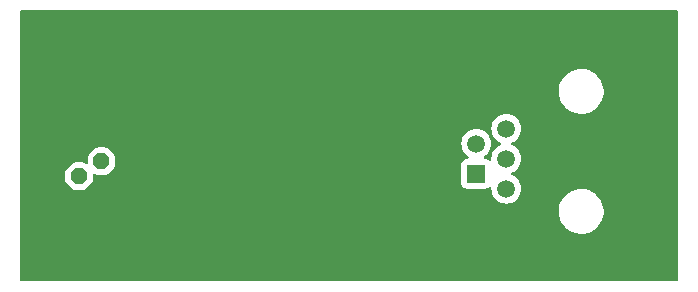
<source format=gbl>
G04 #@! TF.GenerationSoftware,KiCad,Pcbnew,7.0.2*
G04 #@! TF.CreationDate,2024-01-01T15:15:03-07:00*
G04 #@! TF.ProjectId,Temperature Senor Board V2 (2),54656d70-6572-4617-9475-72652053656e,rev?*
G04 #@! TF.SameCoordinates,Original*
G04 #@! TF.FileFunction,Copper,L2,Bot*
G04 #@! TF.FilePolarity,Positive*
%FSLAX46Y46*%
G04 Gerber Fmt 4.6, Leading zero omitted, Abs format (unit mm)*
G04 Created by KiCad (PCBNEW 7.0.2) date 2024-01-01 15:15:03*
%MOMM*%
%LPD*%
G01*
G04 APERTURE LIST*
G04 Aperture macros list*
%AMOutline5P*
0 Free polygon, 5 corners , with rotation*
0 The origin of the aperture is its center*
0 number of corners: always 5*
0 $1 to $10 corner X, Y*
0 $11 Rotation angle, in degrees counterclockwise*
0 create outline with 5 corners*
4,1,5,$1,$2,$3,$4,$5,$6,$7,$8,$9,$10,$1,$2,$11*%
%AMOutline6P*
0 Free polygon, 6 corners , with rotation*
0 The origin of the aperture is its center*
0 number of corners: always 6*
0 $1 to $12 corner X, Y*
0 $13 Rotation angle, in degrees counterclockwise*
0 create outline with 6 corners*
4,1,6,$1,$2,$3,$4,$5,$6,$7,$8,$9,$10,$11,$12,$1,$2,$13*%
%AMOutline7P*
0 Free polygon, 7 corners , with rotation*
0 The origin of the aperture is its center*
0 number of corners: always 7*
0 $1 to $14 corner X, Y*
0 $15 Rotation angle, in degrees counterclockwise*
0 create outline with 7 corners*
4,1,7,$1,$2,$3,$4,$5,$6,$7,$8,$9,$10,$11,$12,$13,$14,$1,$2,$15*%
%AMOutline8P*
0 Free polygon, 8 corners , with rotation*
0 The origin of the aperture is its center*
0 number of corners: always 8*
0 $1 to $16 corner X, Y*
0 $17 Rotation angle, in degrees counterclockwise*
0 create outline with 8 corners*
4,1,8,$1,$2,$3,$4,$5,$6,$7,$8,$9,$10,$11,$12,$13,$14,$15,$16,$1,$2,$17*%
G04 Aperture macros list end*
G04 #@! TA.AperFunction,ComponentPad*
%ADD10R,1.508000X1.508000*%
G04 #@! TD*
G04 #@! TA.AperFunction,ComponentPad*
%ADD11C,1.508000*%
G04 #@! TD*
G04 #@! TA.AperFunction,ComponentPad*
%ADD12C,2.475000*%
G04 #@! TD*
G04 #@! TA.AperFunction,ComponentPad*
%ADD13Outline8P,-0.660400X0.273547X-0.273547X0.660400X0.273547X0.660400X0.660400X0.273547X0.660400X-0.273547X0.273547X-0.660400X-0.273547X-0.660400X-0.660400X-0.273547X270.000000*%
G04 #@! TD*
G04 #@! TA.AperFunction,ViaPad*
%ADD14C,0.600000*%
G04 #@! TD*
G04 APERTURE END LIST*
D10*
X158496000Y-90292000D03*
D11*
X158496000Y-87752000D03*
X158496000Y-85212000D03*
X161036000Y-91562000D03*
X161036000Y-89022000D03*
X161036000Y-86482000D03*
D12*
X170436000Y-95252000D03*
X170436000Y-81532000D03*
D13*
X124866400Y-87960200D03*
X126771400Y-89230200D03*
X124866400Y-90500200D03*
D14*
X139192000Y-86360000D03*
X145161000Y-86360000D03*
X151130000Y-90424000D03*
X139192000Y-90424000D03*
X151130000Y-86360000D03*
X130479800Y-90220800D03*
X130429000Y-86233000D03*
X145161000Y-90424000D03*
G04 #@! TA.AperFunction,Conductor*
G36*
X175558539Y-76473685D02*
G01*
X175604294Y-76526489D01*
X175615500Y-76578000D01*
X175615500Y-99291500D01*
X175595815Y-99358539D01*
X175543011Y-99404294D01*
X175491500Y-99415500D01*
X120012000Y-99415500D01*
X119944961Y-99395815D01*
X119899206Y-99343011D01*
X119888000Y-99291500D01*
X119888000Y-93541595D01*
X165481686Y-93541595D01*
X165506081Y-93763300D01*
X165512114Y-93818124D01*
X165582480Y-94087276D01*
X165691284Y-94343314D01*
X165836208Y-94580781D01*
X166014163Y-94794617D01*
X166221357Y-94980263D01*
X166453373Y-95133763D01*
X166453375Y-95133764D01*
X166705268Y-95251847D01*
X166913599Y-95314524D01*
X166971669Y-95331995D01*
X167246901Y-95372500D01*
X167246904Y-95372500D01*
X167453201Y-95372500D01*
X167455463Y-95372500D01*
X167663455Y-95357277D01*
X167934997Y-95296788D01*
X168194838Y-95197408D01*
X168437440Y-95061253D01*
X168657632Y-94891226D01*
X168850722Y-94690951D01*
X169012593Y-94464696D01*
X169139797Y-94217283D01*
X169229621Y-93953986D01*
X169280152Y-93680416D01*
X169290313Y-93402404D01*
X169259886Y-93125876D01*
X169189520Y-92856724D01*
X169080716Y-92600686D01*
X168935792Y-92363219D01*
X168844107Y-92253048D01*
X168757838Y-92149384D01*
X168650015Y-92052774D01*
X168550643Y-91963737D01*
X168318627Y-91810237D01*
X168318624Y-91810235D01*
X168066731Y-91692152D01*
X167800336Y-91612006D01*
X167800332Y-91612005D01*
X167800331Y-91612005D01*
X167525099Y-91571500D01*
X167316537Y-91571500D01*
X167314288Y-91571664D01*
X167314277Y-91571665D01*
X167108544Y-91586722D01*
X166837003Y-91647211D01*
X166577163Y-91746591D01*
X166334560Y-91882747D01*
X166114366Y-92052774D01*
X165921277Y-92253048D01*
X165759405Y-92479305D01*
X165632205Y-92726711D01*
X165542377Y-92990018D01*
X165491847Y-93263583D01*
X165481686Y-93541595D01*
X119888000Y-93541595D01*
X119888000Y-90814723D01*
X123705500Y-90814723D01*
X123705982Y-90818564D01*
X123705983Y-90818572D01*
X123716059Y-90898796D01*
X123771137Y-91031764D01*
X123820738Y-91095616D01*
X123820746Y-91095625D01*
X123823120Y-91098681D01*
X124267922Y-91543484D01*
X124271805Y-91546500D01*
X124334837Y-91595464D01*
X124467803Y-91650540D01*
X124482939Y-91652441D01*
X124551876Y-91661100D01*
X124555753Y-91661100D01*
X125177046Y-91661100D01*
X125180923Y-91661100D01*
X125264997Y-91650540D01*
X125397964Y-91595463D01*
X125464881Y-91543480D01*
X125909684Y-91098678D01*
X125961664Y-91031763D01*
X126016740Y-90898796D01*
X126027300Y-90814724D01*
X126027300Y-90413705D01*
X126046985Y-90346666D01*
X126099789Y-90300911D01*
X126168947Y-90290967D01*
X126227370Y-90315780D01*
X126239837Y-90325464D01*
X126372803Y-90380540D01*
X126387939Y-90382441D01*
X126456876Y-90391100D01*
X126460753Y-90391100D01*
X127082046Y-90391100D01*
X127085923Y-90391100D01*
X127169997Y-90380540D01*
X127302964Y-90325463D01*
X127369881Y-90273480D01*
X127814684Y-89828678D01*
X127866664Y-89761763D01*
X127921740Y-89628796D01*
X127932300Y-89544724D01*
X127932300Y-88915677D01*
X127921740Y-88831603D01*
X127866663Y-88698636D01*
X127855832Y-88684693D01*
X127817061Y-88634783D01*
X127817054Y-88634775D01*
X127814680Y-88631719D01*
X127369878Y-88186916D01*
X127359796Y-88179084D01*
X127302962Y-88134935D01*
X127169996Y-88079859D01*
X127089772Y-88069783D01*
X127089766Y-88069782D01*
X127085924Y-88069300D01*
X126456877Y-88069300D01*
X126453036Y-88069782D01*
X126453027Y-88069783D01*
X126372803Y-88079859D01*
X126239835Y-88134937D01*
X126175983Y-88184538D01*
X126175965Y-88184553D01*
X126172919Y-88186920D01*
X126170185Y-88189653D01*
X126170177Y-88189661D01*
X125730854Y-88628983D01*
X125730846Y-88628991D01*
X125728116Y-88631722D01*
X125725745Y-88634773D01*
X125725739Y-88634781D01*
X125676135Y-88698637D01*
X125621059Y-88831603D01*
X125610983Y-88911827D01*
X125610500Y-88915676D01*
X125610499Y-88919552D01*
X125610500Y-88919552D01*
X125610500Y-89316694D01*
X125590815Y-89383733D01*
X125538011Y-89429488D01*
X125468853Y-89439432D01*
X125410432Y-89414621D01*
X125397962Y-89404935D01*
X125264996Y-89349859D01*
X125184772Y-89339783D01*
X125184766Y-89339782D01*
X125180924Y-89339300D01*
X124551877Y-89339300D01*
X124548036Y-89339782D01*
X124548027Y-89339783D01*
X124467803Y-89349859D01*
X124334835Y-89404937D01*
X124270983Y-89454538D01*
X124270965Y-89454553D01*
X124267919Y-89456920D01*
X124265185Y-89459653D01*
X124265177Y-89459661D01*
X123825854Y-89898983D01*
X123825846Y-89898991D01*
X123823116Y-89901722D01*
X123820745Y-89904773D01*
X123820739Y-89904781D01*
X123771135Y-89968637D01*
X123716059Y-90101603D01*
X123705983Y-90181827D01*
X123705500Y-90185676D01*
X123705500Y-90814723D01*
X119888000Y-90814723D01*
X119888000Y-87751999D01*
X157236707Y-87751999D01*
X157255838Y-87970671D01*
X157312653Y-88182704D01*
X157362649Y-88289921D01*
X157405421Y-88381646D01*
X157531326Y-88561457D01*
X157686543Y-88716674D01*
X157822578Y-88811927D01*
X157866202Y-88866502D01*
X157873396Y-88936000D01*
X157841873Y-88998355D01*
X157781644Y-89033769D01*
X157751456Y-89037500D01*
X157697440Y-89037500D01*
X157697421Y-89037500D01*
X157694128Y-89037501D01*
X157690848Y-89037853D01*
X157690840Y-89037854D01*
X157634515Y-89043909D01*
X157499669Y-89094204D01*
X157384454Y-89180454D01*
X157298204Y-89295668D01*
X157247909Y-89430516D01*
X157244776Y-89459661D01*
X157241500Y-89490127D01*
X157241500Y-89493448D01*
X157241500Y-89493449D01*
X157241500Y-91090560D01*
X157241500Y-91090578D01*
X157241501Y-91093872D01*
X157241853Y-91097152D01*
X157241854Y-91097159D01*
X157245524Y-91131295D01*
X157247909Y-91153483D01*
X157298204Y-91288331D01*
X157384454Y-91403546D01*
X157499669Y-91489796D01*
X157634517Y-91540091D01*
X157694127Y-91546500D01*
X159297872Y-91546499D01*
X159357483Y-91540091D01*
X159492331Y-91489796D01*
X159581389Y-91423126D01*
X159646850Y-91398710D01*
X159715124Y-91413561D01*
X159764530Y-91462966D01*
X159779382Y-91531239D01*
X159779226Y-91533198D01*
X159776707Y-91561996D01*
X159795838Y-91780671D01*
X159844891Y-91963738D01*
X159852653Y-91992703D01*
X159945421Y-92191646D01*
X160071326Y-92371457D01*
X160226543Y-92526674D01*
X160406354Y-92652579D01*
X160605297Y-92745347D01*
X160817326Y-92802161D01*
X161036000Y-92821292D01*
X161254674Y-92802161D01*
X161466703Y-92745347D01*
X161665646Y-92652579D01*
X161845457Y-92526674D01*
X162000674Y-92371457D01*
X162126579Y-92191646D01*
X162219347Y-91992703D01*
X162276161Y-91780674D01*
X162295292Y-91562000D01*
X162276161Y-91343326D01*
X162219347Y-91131297D01*
X162126579Y-90932354D01*
X162000674Y-90752543D01*
X161845457Y-90597326D01*
X161665646Y-90471421D01*
X161665642Y-90471418D01*
X161521880Y-90404382D01*
X161469440Y-90358210D01*
X161450288Y-90291017D01*
X161470504Y-90224135D01*
X161521880Y-90179618D01*
X161665642Y-90112581D01*
X161665642Y-90112580D01*
X161665646Y-90112579D01*
X161845457Y-89986674D01*
X162000674Y-89831457D01*
X162126579Y-89651646D01*
X162219347Y-89452703D01*
X162276161Y-89240674D01*
X162295292Y-89022000D01*
X162276161Y-88803326D01*
X162219347Y-88591297D01*
X162126579Y-88392354D01*
X162000674Y-88212543D01*
X161845457Y-88057326D01*
X161665646Y-87931421D01*
X161665642Y-87931418D01*
X161521880Y-87864382D01*
X161469440Y-87818210D01*
X161450288Y-87751017D01*
X161470504Y-87684135D01*
X161521880Y-87639618D01*
X161665642Y-87572581D01*
X161665642Y-87572580D01*
X161665646Y-87572579D01*
X161845457Y-87446674D01*
X162000674Y-87291457D01*
X162126579Y-87111646D01*
X162219347Y-86912703D01*
X162276161Y-86700674D01*
X162295292Y-86482000D01*
X162276161Y-86263326D01*
X162219347Y-86051297D01*
X162126579Y-85852354D01*
X162000674Y-85672543D01*
X161845457Y-85517326D01*
X161665646Y-85391421D01*
X161573921Y-85348649D01*
X161466704Y-85298653D01*
X161254671Y-85241838D01*
X161035999Y-85222707D01*
X160817328Y-85241838D01*
X160605295Y-85298653D01*
X160406356Y-85391420D01*
X160406354Y-85391421D01*
X160226543Y-85517326D01*
X160226539Y-85517329D01*
X160071329Y-85672539D01*
X159945420Y-85852356D01*
X159852653Y-86051295D01*
X159795838Y-86263328D01*
X159776707Y-86481999D01*
X159795838Y-86700671D01*
X159852653Y-86912704D01*
X159902649Y-87019921D01*
X159945421Y-87111646D01*
X160071326Y-87291457D01*
X160226543Y-87446674D01*
X160406354Y-87572579D01*
X160517022Y-87624184D01*
X160550120Y-87639618D01*
X160602559Y-87685790D01*
X160621711Y-87752984D01*
X160601495Y-87819865D01*
X160550120Y-87864382D01*
X160406360Y-87931418D01*
X160406354Y-87931421D01*
X160350295Y-87970674D01*
X160226539Y-88057329D01*
X160071329Y-88212539D01*
X159945420Y-88392356D01*
X159852653Y-88591295D01*
X159795838Y-88803328D01*
X159776707Y-89022000D01*
X159779226Y-89050801D01*
X159765458Y-89119300D01*
X159716841Y-89169482D01*
X159648812Y-89185414D01*
X159582969Y-89162037D01*
X159581439Y-89160910D01*
X159492331Y-89094204D01*
X159357483Y-89043909D01*
X159297873Y-89037500D01*
X159294551Y-89037500D01*
X159240547Y-89037500D01*
X159173508Y-89017815D01*
X159127753Y-88965011D01*
X159117809Y-88895853D01*
X159146834Y-88832297D01*
X159169424Y-88811925D01*
X159181705Y-88803326D01*
X159305457Y-88716674D01*
X159460674Y-88561457D01*
X159586579Y-88381646D01*
X159679347Y-88182703D01*
X159736161Y-87970674D01*
X159755292Y-87752000D01*
X159752681Y-87722161D01*
X159736161Y-87533328D01*
X159736161Y-87533326D01*
X159679347Y-87321297D01*
X159586579Y-87122354D01*
X159460674Y-86942543D01*
X159305457Y-86787326D01*
X159125646Y-86661421D01*
X159033921Y-86618649D01*
X158926704Y-86568653D01*
X158714671Y-86511838D01*
X158496000Y-86492707D01*
X158277328Y-86511838D01*
X158065295Y-86568653D01*
X157866356Y-86661420D01*
X157866354Y-86661421D01*
X157810295Y-86700674D01*
X157686539Y-86787329D01*
X157531329Y-86942539D01*
X157405420Y-87122356D01*
X157312653Y-87321295D01*
X157255838Y-87533328D01*
X157236707Y-87751999D01*
X119888000Y-87751999D01*
X119888000Y-83381595D01*
X165481686Y-83381595D01*
X165506081Y-83603300D01*
X165512114Y-83658124D01*
X165582480Y-83927276D01*
X165691284Y-84183314D01*
X165836208Y-84420781D01*
X166014163Y-84634617D01*
X166221357Y-84820263D01*
X166453373Y-84973763D01*
X166453375Y-84973764D01*
X166705268Y-85091847D01*
X166913599Y-85154524D01*
X166971669Y-85171995D01*
X167246901Y-85212500D01*
X167246904Y-85212500D01*
X167453201Y-85212500D01*
X167455463Y-85212500D01*
X167663455Y-85197277D01*
X167934997Y-85136788D01*
X168194838Y-85037408D01*
X168437440Y-84901253D01*
X168657632Y-84731226D01*
X168850722Y-84530951D01*
X169012593Y-84304696D01*
X169139797Y-84057283D01*
X169229621Y-83793986D01*
X169280152Y-83520416D01*
X169290313Y-83242404D01*
X169259886Y-82965876D01*
X169189520Y-82696724D01*
X169080716Y-82440686D01*
X168935792Y-82203219D01*
X168757837Y-81989383D01*
X168550643Y-81803737D01*
X168318627Y-81650237D01*
X168318624Y-81650235D01*
X168066731Y-81532152D01*
X167800336Y-81452006D01*
X167800332Y-81452005D01*
X167800331Y-81452005D01*
X167525099Y-81411500D01*
X167316537Y-81411500D01*
X167314288Y-81411664D01*
X167314277Y-81411665D01*
X167108544Y-81426722D01*
X166837003Y-81487211D01*
X166577163Y-81586591D01*
X166334560Y-81722747D01*
X166114366Y-81892774D01*
X165921277Y-82093048D01*
X165759405Y-82319305D01*
X165632205Y-82566711D01*
X165542377Y-82830018D01*
X165491847Y-83103583D01*
X165481686Y-83381595D01*
X119888000Y-83381595D01*
X119888000Y-76578000D01*
X119907685Y-76510961D01*
X119960489Y-76465206D01*
X120012000Y-76454000D01*
X175491500Y-76454000D01*
X175558539Y-76473685D01*
G37*
G04 #@! TD.AperFunction*
M02*

</source>
